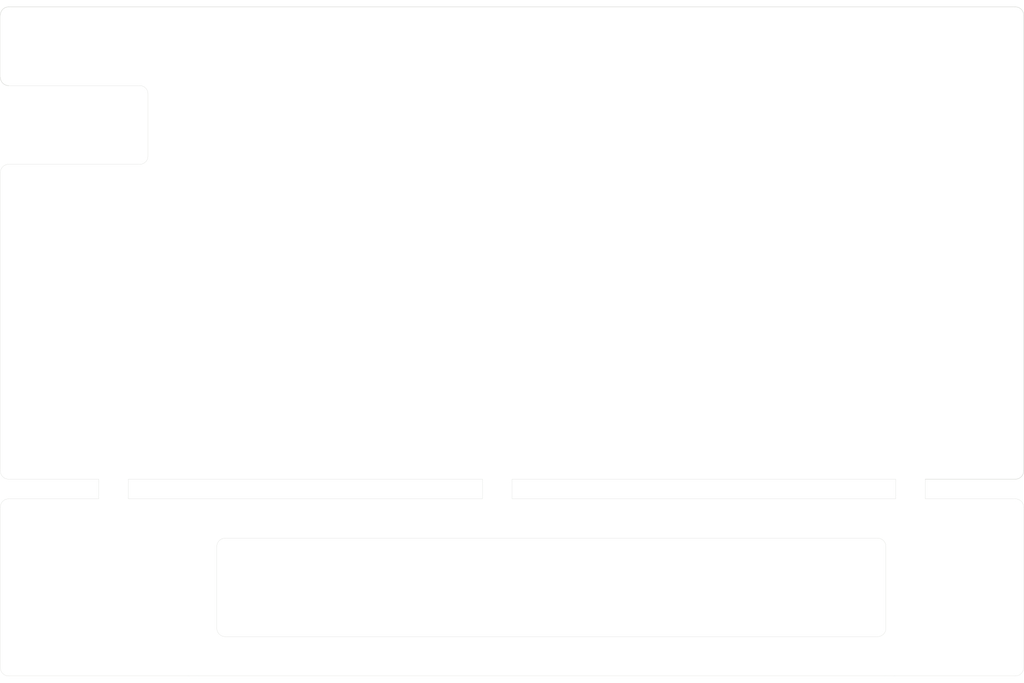
<source format=kicad_pcb>
(kicad_pcb (version 20221018) (generator pcbnew)
  (layers (0 "F.Cu" signal) (31 "B.Cu" signal) (34 "B.Paste" user) (35 "F.Paste" user) (36 "B.SilkS" user "B.Silkscreen") (37 "F.SilkS" user "F.Silkscreen") (38 "B.Mask" user) (39 "F.Mask" user) (44 "Edge.Cuts" user))
  (net 0 "")
  (footprint "kbd_Hole:m2_Screw_Hole" (layer "F.Cu") (at 66.675 119.0625)
    (fp_text reference "Ref**")
    (fp_text value "Val**")
    (pad "" np_thru_hole circle (at 0 0) (size 2.2 2.2) (drill 2.2) (layers "*.Cu" "*.Mask"))
  )
  (footprint "Tall66:mouse_bite" (layer "F.Cu") (at 145.25625 138.1125)
    (fp_text reference "REF**" hide)
    (fp_text value "mouse_bite" hide)
    (pad "" np_thru_hole circle (at -4.25 0.5) (size 0.6 0.6) (drill 0.6) (layers "F&B.Cu" "*.Mask"))
    (pad "" np_thru_hole circle (at -3.4 0.5) (size 0.6 0.6) (drill 0.6) (layers "F&B.Cu" "*.Mask"))
    (pad "" np_thru_hole circle (at -2.55 0.5) (size 0.6 0.6) (drill 0.6) (layers "F&B.Cu" "*.Mask"))
    (pad "" np_thru_hole circle (at -1.7 0.5) (size 0.6 0.6) (drill 0.6) (layers "F&B.Cu" "*.Mask"))
    (pad "" np_thru_hole circle (at -0.85 0.5) (size 0.6 0.6) (drill 0.6) (layers "F&B.Cu" "*.Mask"))
    (pad "" np_thru_hole circle (at 0 0.5) (size 0.6 0.6) (drill 0.6) (layers "F&B.Cu" "*.Mask"))
    (pad "" np_thru_hole circle (at 0.85 0.5) (size 0.6 0.6) (drill 0.6) (layers "F&B.Cu" "*.Mask"))
    (pad "" np_thru_hole circle (at 1.7 0.5) (size 0.6 0.6) (drill 0.6) (layers "F&B.Cu" "*.Mask"))
  )
  (footprint "kbd_Hole:m2_Screw_Hole" (layer "F.Cu") (at 233.3625 42.8625)
    (fp_text reference "Ref**")
    (fp_text value "Val**")
    (pad "" np_thru_hole circle (at 0 0) (size 2.2 2.2) (drill 2.2) (layers "*.Cu" "*.Mask"))
  )
  (footprint "kbd_Hole:m2_Screw_Hole" (layer "F.Cu") (at 26.19375 64.29375)
    (fp_text reference "Ref**")
    (fp_text value "Val**")
    (pad "" np_thru_hole circle (at 0 0) (size 2.2 2.2) (drill 2.2) (layers "F&B.Cu" "*.Mask"))
  )
  (footprint "Tall66:mouse_bite" (layer "F.Cu") (at 52.3875 138.1125)
    (fp_text reference "REF**" hide)
    (fp_text value "mouse_bite" hide)
    (pad "" np_thru_hole circle (at -4.25 0.5) (size 0.6 0.6) (drill 0.6) (layers "F&B.Cu" "*.Mask"))
    (pad "" np_thru_hole circle (at -3.4 0.5) (size 0.6 0.6) (drill 0.6) (layers "F&B.Cu" "*.Mask"))
    (pad "" np_thru_hole circle (at -2.55 0.5) (size 0.6 0.6) (drill 0.6) (layers "F&B.Cu" "*.Mask"))
    (pad "" np_thru_hole circle (at -1.7 0.5) (size 0.6 0.6) (drill 0.6) (layers "F&B.Cu" "*.Mask"))
    (pad "" np_thru_hole circle (at -0.85 0.5) (size 0.6 0.6) (drill 0.6) (layers "F&B.Cu" "*.Mask"))
    (pad "" np_thru_hole circle (at 0 0.5) (size 0.6 0.6) (drill 0.6) (layers "F&B.Cu" "*.Mask"))
    (pad "" np_thru_hole circle (at 0.85 0.5) (size 0.6 0.6) (drill 0.6) (layers "F&B.Cu" "*.Mask"))
    (pad "" np_thru_hole circle (at 1.7 0.5) (size 0.6 0.6) (drill 0.6) (layers "F&B.Cu" "*.Mask"))
  )
  (footprint "Tall66:mouse_bite" (layer "F.Cu") (at 142.875 142.875 180)
    (fp_text reference "REF**" hide)
    (fp_text value "mouse_bite" hide)
    (pad "" np_thru_hole circle (at -4.25 0.5 180) (size 0.6 0.6) (drill 0.6) (layers "F&B.Cu" "*.Mask"))
    (pad "" np_thru_hole circle (at -3.4 0.5 180) (size 0.6 0.6) (drill 0.6) (layers "F&B.Cu" "*.Mask"))
    (pad "" np_thru_hole circle (at -2.55 0.5 180) (size 0.6 0.6) (drill 0.6) (layers "F&B.Cu" "*.Mask"))
    (pad "" np_thru_hole circle (at -1.7 0.5 180) (size 0.6 0.6) (drill 0.6) (layers "F&B.Cu" "*.Mask"))
    (pad "" np_thru_hole circle (at -0.85 0.5 180) (size 0.6 0.6) (drill 0.6) (layers "F&B.Cu" "*.Mask"))
    (pad "" np_thru_hole circle (at 0 0.5 180) (size 0.6 0.6) (drill 0.6) (layers "F&B.Cu" "*.Mask"))
    (pad "" np_thru_hole circle (at 0.85 0.5 180) (size 0.6 0.6) (drill 0.6) (layers "F&B.Cu" "*.Mask"))
    (pad "" np_thru_hole circle (at 1.7 0.5 180) (size 0.6 0.6) (drill 0.6) (layers "F&B.Cu" "*.Mask"))
  )
  (footprint "kbd_Hole:m2_Screw_Hole" (layer "F.Cu") (at 233.3625 119.0625)
    (fp_text reference "Ref**")
    (fp_text value "Val**")
    (pad "" np_thru_hole circle (at 0 0) (size 2.2 2.2) (drill 2.2) (layers "*.Cu" "*.Mask"))
  )
  (footprint "kbd_Hole:m2_Screw_Hole" (layer "F.Cu") (at 269.08125 183.35625)
    (fp_text reference "Ref**")
    (fp_text value "Val**")
    (pad "" np_thru_hole circle (at 0 0) (size 2.2 2.2) (drill 2.2) (layers "F&B.Cu" "*.Mask"))
  )
  (footprint "kbd_Hole:m2_Screw_Hole" (layer "F.Cu") (at 80.9625 42.8625)
    (fp_text reference "Ref**")
    (fp_text value "Val**")
    (pad "" np_thru_hole circle (at 0 0) (size 2.2 2.2) (drill 2.2) (layers "*.Cu" "*.Mask"))
  )
  (footprint "kbd_Hole:m2_Screw_Hole" (layer "F.Cu") (at 26.19375 26.19375)
    (fp_text reference "Ref**")
    (fp_text value "Val**")
    (pad "" np_thru_hole circle (at 0 0) (size 2.2 2.2) (drill 2.2) (layers "F&B.Cu" "*.Mask"))
  )
  (footprint "kbd_Hole:m2_Screw_Hole" (layer "F.Cu") (at 26.19375 145.25625)
    (fp_text reference "Ref**")
    (fp_text value "Val**")
    (pad "" np_thru_hole circle (at 0 0) (size 2.2 2.2) (drill 2.2) (layers "F&B.Cu" "*.Mask"))
  )
  (footprint "kbd_Hole:m2_Screw_Hole" (layer "F.Cu") (at 147.6375 80.9625)
    (fp_text reference "Ref**")
    (fp_text value "Val**")
    (pad "" np_thru_hole circle (at 0 0) (size 2.2 2.2) (drill 2.2) (layers "*.Cu" "*.Mask"))
  )
  (footprint "kbd_Hole:m2_Screw_Hole" (layer "F.Cu") (at 269.08125 64.29375)
    (fp_text reference "Ref**")
    (fp_text value "Val**")
    (pad "" np_thru_hole circle (at 0 0) (size 2.2 2.2) (drill 2.2) (layers "F&B.Cu" "*.Mask"))
  )
  (footprint "kbd_Hole:m2_Screw_Hole" (layer "F.Cu") (at 269.08125 145.25625)
    (fp_text reference "Ref**")
    (fp_text value "Val**")
    (pad "" np_thru_hole circle (at 0 0) (size 2.2 2.2) (drill 2.2) (layers "F&B.Cu" "*.Mask"))
  )
  (footprint "Tall66:mouse_bite" (layer "F.Cu") (at 50.00625 142.875 180)
    (fp_text reference "REF**" hide)
    (fp_text value "mouse_bite" hide)
    (pad "" np_thru_hole circle (at -4.25 0.5 180) (size 0.6 0.6) (drill 0.6) (layers "F&B.Cu" "*.Mask"))
    (pad "" np_thru_hole circle (at -3.4 0.5 180) (size 0.6 0.6) (drill 0.6) (layers "F&B.Cu" "*.Mask"))
    (pad "" np_thru_hole circle (at -2.55 0.5 180) (size 0.6 0.6) (drill 0.6) (layers "F&B.Cu" "*.Mask"))
    (pad "" np_thru_hole circle (at -1.7 0.5 180) (size 0.6 0.6) (drill 0.6) (layers "F&B.Cu" "*.Mask"))
    (pad "" np_thru_hole circle (at -0.85 0.5 180) (size 0.6 0.6) (drill 0.6) (layers "F&B.Cu" "*.Mask"))
    (pad "" np_thru_hole circle (at 0 0.5 180) (size 0.6 0.6) (drill 0.6) (layers "F&B.Cu" "*.Mask"))
    (pad "" np_thru_hole circle (at 0.85 0.5 180) (size 0.6 0.6) (drill 0.6) (layers "F&B.Cu" "*.Mask"))
    (pad "" np_thru_hole circle (at 1.7 0.5 180) (size 0.6 0.6) (drill 0.6) (layers "F&B.Cu" "*.Mask"))
  )
  (footprint "kbd_Hole:m2_Screw_Hole" (layer "F.Cu") (at 269.08125 26.19375)
    (fp_text reference "Ref**")
    (fp_text value "Val**")
    (pad "" np_thru_hole circle (at 0 0) (size 2.2 2.2) (drill 2.2) (layers "F&B.Cu" "*.Mask"))
  )
  (footprint "Tall66:mouse_bite" (layer "F.Cu") (at 242.8875 142.875 180)
    (fp_text reference "REF**" hide)
    (fp_text value "mouse_bite" hide)
    (pad "" np_thru_hole circle (at -4.25 0.5 180) (size 0.6 0.6) (drill 0.6) (layers "F&B.Cu" "*.Mask"))
    (pad "" np_thru_hole circle (at -3.4 0.5 180) (size 0.6 0.6) (drill 0.6) (layers "F&B.Cu" "*.Mask"))
    (pad "" np_thru_hole circle (at -2.55 0.5 180) (size 0.6 0.6) (drill 0.6) (layers "F&B.Cu" "*.Mask"))
    (pad "" np_thru_hole circle (at -1.7 0.5 180) (size 0.6 0.6) (drill 0.6) (layers "F&B.Cu" "*.Mask"))
    (pad "" np_thru_hole circle (at -0.85 0.5 180) (size 0.6 0.6) (drill 0.6) (layers "F&B.Cu" "*.Mask"))
    (pad "" np_thru_hole circle (at 0 0.5 180) (size 0.6 0.6) (drill 0.6) (layers "F&B.Cu" "*.Mask"))
    (pad "" np_thru_hole circle (at 0.85 0.5 180) (size 0.6 0.6) (drill 0.6) (layers "F&B.Cu" "*.Mask"))
    (pad "" np_thru_hole circle (at 1.7 0.5 180) (size 0.6 0.6) (drill 0.6) (layers "F&B.Cu" "*.Mask"))
  )
  (footprint "kbd_Hole:m2_Screw_Hole" (layer "F.Cu") (at 26.19375 183.35625)
    (fp_text reference "Ref**")
    (fp_text value "Val**")
    (pad "" np_thru_hole circle (at 0 0) (size 2.2 2.2) (drill 2.2) (layers "F&B.Cu" "*.Mask"))
  )
  (footprint "Tall66:mouse_bite" (layer "F.Cu") (at 245.26875 138.1125)
    (fp_text reference "REF**" hide)
    (fp_text value "mouse_bite" hide)
    (pad "" np_thru_hole circle (at -4.25 0.5) (size 0.6 0.6) (drill 0.6) (layers "F&B.Cu" "*.Mask"))
    (pad "" np_thru_hole circle (at -3.4 0.5) (size 0.6 0.6) (drill 0.6) (layers "F&B.Cu" "*.Mask"))
    (pad "" np_thru_hole circle (at -2.55 0.5) (size 0.6 0.6) (drill 0.6) (layers "F&B.Cu" "*.Mask"))
    (pad "" np_thru_hole circle (at -1.7 0.5) (size 0.6 0.6) (drill 0.6) (layers "F&B.Cu" "*.Mask"))
    (pad "" np_thru_hole circle (at -0.85 0.5) (size 0.6 0.6) (drill 0.6) (layers "F&B.Cu" "*.Mask"))
    (pad "" np_thru_hole circle (at 0 0.5) (size 0.6 0.6) (drill 0.6) (layers "F&B.Cu" "*.Mask"))
    (pad "" np_thru_hole circle (at 0.85 0.5) (size 0.6 0.6) (drill 0.6) (layers "F&B.Cu" "*.Mask"))
    (pad "" np_thru_hole circle (at 1.7 0.5) (size 0.6 0.6) (drill 0.6) (layers "F&B.Cu" "*.Mask"))
  )
  (gr_arc (start 78.2 176.2125) (mid 76.785786 175.626714) (end 76.2 174.2125) (stroke (width 0.05)) (layer "Edge.Cuts"))
  (gr_line (start 76.2 154.4) (end 76.2 174.2125) (stroke (width 0.05)) (layer "Edge.Cuts"))
  (gr_line (start 25.8125 23.8125) (end 269.4625 23.8125) (stroke (width 0.1)) (layer "Edge.Cuts"))
  (gr_line (start 69.4375 185.7375) (end 25.8125 185.7375) (stroke (width 0.05)) (layer "Edge.Cuts"))
  (gr_line (start 247.65 142.875) (end 269.4625 142.875) (stroke (width 0.05)) (layer "Edge.Cuts"))
  (gr_arc (start 23.8125 144.875) (mid 24.398286 143.460786) (end 25.8125 142.875) (stroke (width 0.05)) (layer "Edge.Cuts"))
  (gr_line (start 78.2 176.2125) (end 236.125 176.2125) (stroke (width 0.05)) (layer "Edge.Cuts"))
  (gr_arc (start 269.4625 142.875) (mid 270.876714 143.460786) (end 271.4625 144.875) (stroke (width 0.05)) (layer "Edge.Cuts"))
  (gr_arc (start 238.125 174.2125) (mid 237.539214 175.626714) (end 236.125 176.2125) (stroke (width 0.05)) (layer "Edge.Cuts"))
  (gr_line (start 147.6375 138.1125) (end 147.6375 142.875) (stroke (width 0.05)) (layer "Edge.Cuts"))
  (gr_line (start 76.2 176.2125) (end 76.2 176.2125) (stroke (width 0.05)) (layer "Edge.Cuts"))
  (gr_line (start 23.8125 144.875) (end 23.8125 183.7375) (stroke (width 0.05)) (layer "Edge.Cuts"))
  (gr_arc (start 25.8125 185.7375) (mid 24.398286 185.151714) (end 23.8125 183.7375) (stroke (width 0.05)) (layer "Edge.Cuts"))
  (gr_arc (start 271.4625 183.7375) (mid 270.876714 185.151714) (end 269.4625 185.7375) (stroke (width 0.05)) (layer "Edge.Cuts"))
  (gr_line (start 54.76875 138.1125) (end 54.76875 142.875) (stroke (width 0.05)) (layer "Edge.Cuts"))
  (gr_arc (start 23.8125 25.8125) (mid 24.398286 24.398286) (end 25.8125 23.8125) (stroke (width 0.1)) (layer "Edge.Cuts"))
  (gr_arc (start 59.53125 59.9125) (mid 58.945461 61.326696) (end 57.53125 61.9125) (stroke (width 0.05)) (layer "Edge.Cuts"))
  (gr_line (start 25.8125 42.8625) (end 57.53125 42.8625) (stroke (width 0.05)) (layer "Edge.Cuts"))
  (gr_line (start 23.8125 73.4375) (end 23.8125 63.9125) (stroke (width 0.05)) (layer "Edge.Cuts"))
  (gr_arc (start 76.2 154.4) (mid 76.785786 152.985786) (end 78.2 152.4) (stroke (width 0.05)) (layer "Edge.Cuts"))
  (gr_line (start 57.53125 61.9125) (end 25.8125 61.9125) (stroke (width 0.05)) (layer "Edge.Cuts"))
  (gr_line (start 147.6375 142.875) (end 240.50625 142.875) (stroke (width 0.05)) (layer "Edge.Cuts"))
  (gr_line (start 78.2 152.4) (end 236.125 152.4) (stroke (width 0.05)) (layer "Edge.Cuts"))
  (gr_line (start 54.76875 138.1125) (end 140.49375 138.1125) (stroke (width 0.05)) (layer "Edge.Cuts"))
  (gr_line (start 271.4625 144.875) (end 271.4625 183.7375) (stroke (width 0.05)) (layer "Edge.Cuts"))
  (gr_line (start 71.4375 185.7375) (end 71.4375 185.7375) (stroke (width 0.05)) (layer "Edge.Cuts"))
  (gr_arc (start 25.8125 42.8625) (mid 24.398286 42.276714) (end 23.8125 40.8625) (stroke (width 0.1)) (layer "Edge.Cuts"))
  (gr_line (start 238.125 185.7375) (end 238.125 185.7375) (stroke (width 0.05)) (layer "Edge.Cuts"))
  (gr_arc (start 25.8125 138.1125) (mid 24.398286 137.526714) (end 23.8125 136.1125) (stroke (width 0.05)) (layer "Edge.Cuts"))
  (gr_line (start 147.6375 138.1125) (end 240.50625 138.1125) (stroke (width 0.05)) (layer "Edge.Cuts"))
  (gr_arc (start 269.4625 23.8125) (mid 270.876714 24.398286) (end 271.4625 25.8125) (stroke (width 0.1)) (layer "Edge.Cuts"))
  (gr_line (start 47.625 138.1125) (end 25.8125 138.1125) (stroke (width 0.05)) (layer "Edge.Cuts"))
  (gr_line (start 240.50625 138.1125) (end 240.50625 142.875) (stroke (width 0.05)) (layer "Edge.Cuts"))
  (gr_line (start 69.4375 185.7375) (end 240.125 185.7375) (stroke (width 0.05)) (layer "Edge.Cuts"))
  (gr_line (start 238.125 154.4) (end 238.125 174.2125) (stroke (width 0.05)) (layer "Edge.Cuts"))
  (gr_line (start 54.76875 142.875) (end 140.49375 142.875) (stroke (width 0.05)) (layer "Edge.Cuts"))
  (gr_arc (start 57.53125 42.8625) (mid 58.945496 43.448269) (end 59.53125 44.8625) (stroke (width 0.05)) (layer "Edge.Cuts"))
  (gr_line (start 240.125 185.7375) (end 269.4625 185.7375) (stroke (width 0.05)) (layer "Edge.Cuts"))
  (gr_arc (start 271.4625 136.1125) (mid 270.876714 137.526714) (end 269.4625 138.1125) (stroke (width 0.1)) (layer "Edge.Cuts"))
  (gr_line (start 271.4625 25.8125) (end 271.4625 136.1125) (stroke (width 0.1)) (layer "Edge.Cuts"))
  (gr_line (start 25.8125 142.875) (end 47.625 142.875) (stroke (width 0.05)) (layer "Edge.Cuts"))
  (gr_line (start 23.8125 73.4375) (end 23.8125 136.1125) (stroke (width 0.05)) (layer "Edge.Cuts"))
  (gr_arc (start 23.8125 63.9125) (mid 24.398286 62.498286) (end 25.8125 61.9125) (stroke (width 0.05)) (layer "Edge.Cuts"))
  (gr_line (start 47.625 138.1125) (end 47.625 142.875) (stroke (width 0.05)) (layer "Edge.Cuts"))
  (gr_arc (start 236.125 152.4) (mid 237.539214 152.985786) (end 238.125 154.4) (stroke (width 0.05)) (layer "Edge.Cuts"))
  (gr_line (start 59.53125 44.8625) (end 59.53125 59.9125) (stroke (width 0.05)) (layer "Edge.Cuts"))
  (gr_line (start 140.49375 138.1125) (end 140.49375 142.875) (stroke (width 0.05)) (layer "Edge.Cuts"))
  (gr_line (start 269.4625 138.1125) (end 247.65 138.1125) (stroke (width 0.1)) (layer "Edge.Cuts"))
  (gr_rect (start 23.8125 42.8625) (end 23.8125 42.8625) (stroke (width 0.05)) (fill none) (layer "Edge.Cuts"))
  (gr_line (start 247.65 138.1125) (end 247.65 142.875) (stroke (width 0.05)) (layer "Edge.Cuts"))
  (gr_line (start 23.8125 40.8625) (end 23.8125 25.8125) (stroke (width 0.05)) (layer "Edge.Cuts"))
)
</source>
